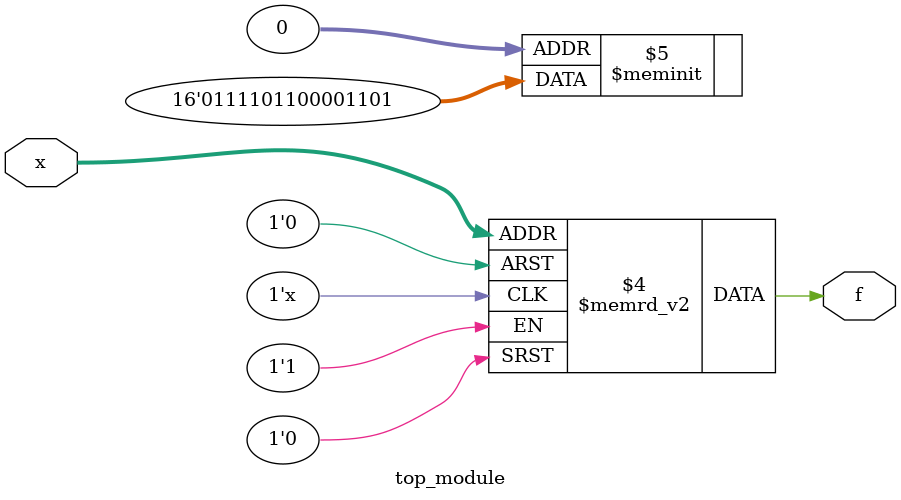
<source format=sv>
module top_module (
	input [4:1] x,
	output logic f
);

always_comb begin
    case (x)
        4'b0000: f = 1'b1;
        4'b0001: f = 1'b0;
        4'b0011: f = 1'b1;
        4'b0010: f = 1'b1;
        4'b0100: f = 1'b0;
        4'b0101: f = 1'b0;
        4'b0111: f = 1'b0;
        4'b0110: f = 1'b0;
        4'b1000: f = 1'b1;
        4'b1001: f = 1'b1;
        4'b1011: f = 1'b1;
        4'b1010: f = 1'b0;
        4'b1100: f = 1'b1;
        4'b1101: f = 1'b1;
        4'b1111: f = 1'b0;
        4'b1110: f = 1'b1;
    endcase
end

endmodule

</source>
